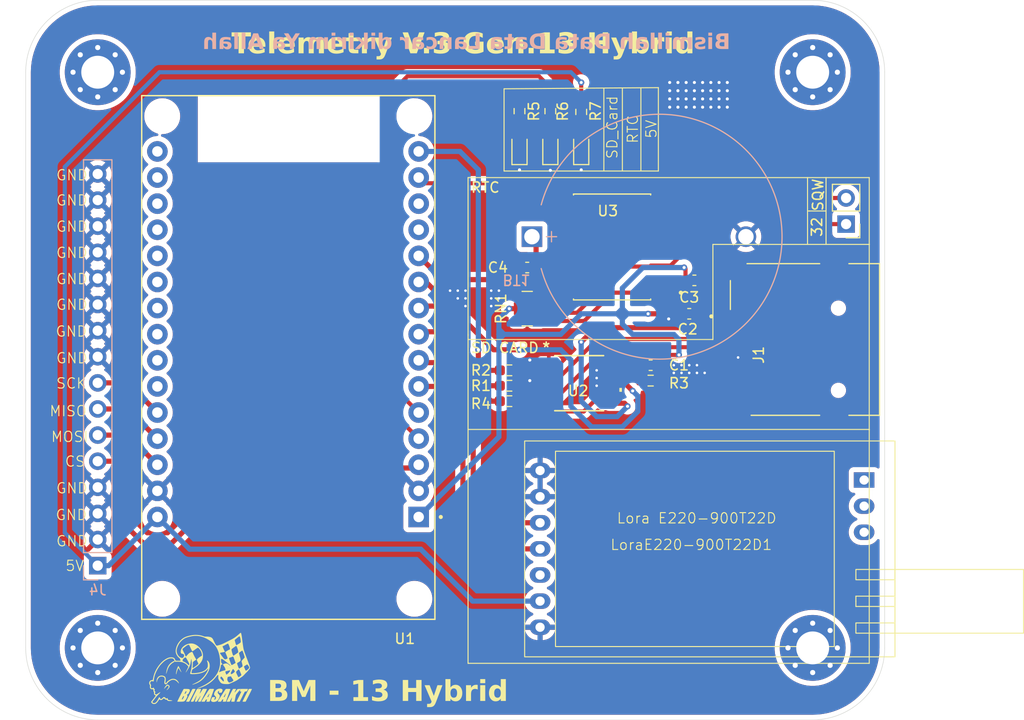
<source format=kicad_pcb>
(kicad_pcb (version 20241229) (generator "pcbnew") (generator_version "9.0")
  (layers (0 "F.Cu" signal) (2 "B.Cu" signal) (13 "F.Paste" user) (15 "B.Paste" user) (5 "F.SilkS" user "F.Silkscreen") (7 "B.SilkS" user "B.Silkscreen") (1 "F.Mask" user) (3 "B.Mask" user) (25 "Edge.Cuts" user))
  (net 0 "")
  (net 1 "GND")
  (net 2 "Net-(BT1-+)")
  (net 3 "+3.3V")
  (net 4 "Net-(D1-A)")
  (net 5 "Net-(D2-A)")
  (net 6 "Net-(D3-A)")
  (net 7 "/SCK_LLS")
  (net 8 "/DO_LLS")
  (net 10 "/CS_LLS")
  (net 13 "/DI_LLS")
  (net 14 "/32KHz")
  (net 15 "/SQW")
  (net 16 "/TX")
  (net 17 "+5V")
  (net 18 "Net-(U2-2A)")
  (net 19 "/SCK")
  (net 20 "/MOSI")
  (net 21 "Net-(U2-1A)")
  (net 22 "Net-(U2-4A)")
  (net 23 "/CS")
  (net 24 "Net-(U2-3A)")
  (net 25 "/SDA")
  (net 26 "/SCL")
  (net 27 "/MISO")
  (net 29 "/MOSI2")
  (net 39 "/CS2")
  (net 42 "/LED2")
  (net 43 "/LED1")
  (net 44 "/RX")
  (net 45 "/SCK2")
  (net 46 "/MISO2")
  (net 47 "unconnected-(U1-D35-Pad20)")
  (footprint "MountingHole:MountingHole_3.2mm_M3_Pad_Via" (layer "F.Cu") (at 57 52)
    (property "Reference" "REF**" (hide yes))
    (property "Value" "MountingHole_3.2mm_M3_Pad_Via" (hide yes))
  )
  (footprint "Resistor_SMD:R_Array_Convex_4x0603" (layer "F.Cu") (at 98.75 75)
    (property "Reference" "RN1")
    (property "Value" "4.7K")
  )
  (footprint "Capacitor_SMD:C_0603_1608Metric_Pad1.08x0.95mm_HandSolder" (layer "F.Cu") (at 110.75 80.5 180)
    (property "Reference" "C1")
    (property "Value" "100nF")
  )
  (footprint "Resistor_SMD:R_0603_1608Metric_Pad0.98x0.95mm_HandSolder" (layer "F.Cu") (at 101 55.7875 -90)
    (property "Reference" "R6")
    (property "Value" "1K")
  )
  (footprint "MountingHole:MountingHole_3.2mm_M3_Pad_Via" (layer "F.Cu") (at 126.5 108)
    (property "Reference" "REF**" (hide yes))
    (property "Value" "MountingHole_3.2mm_M3_Pad_Via" (hide yes))
  )
  (footprint "74LVC125APW,118:TSSOP14_SOT402-1_NEX" (layer "F.Cu") (at 103.800052 82.25)
    (property "Reference" "U2")
    (property "Value" "74LVC125APW_118")
  )
  (footprint "SDCard Socket:CUI_MSD-4-A" (layer "F.Cu") (at 125.75 78 90)
    (property "Reference" "J1")
    (property "Value" "MSD-4-A")
  )
  (footprint "MountingHole:MountingHole_3.2mm_M3_Pad_Via" (layer "F.Cu") (at 126.5 52)
    (property "Reference" "REF**" (hide yes))
    (property "Value" "MountingHole_3.2mm_M3_Pad_Via" (hide yes))
  )
  (footprint "LED_SMD:LED_0603_1608Metric_Pad1.05x0.95mm_HandSolder" (layer "F.Cu") (at 104 59.325 90)
    (property "Reference" "D3" (hide yes))
    (property "Value" "5V")
  )
  (footprint "Resistor_SMD:R_0603_1608Metric_Pad0.98x0.95mm_HandSolder" (layer "F.Cu") (at 97 84 180)
    (property "Reference" "R4")
    (property "Value" "3.3K")
  )
  (footprint "DS3231SN#:SOIC127P1032X265-16N" (layer "F.Cu") (at 107 69 180)
    (property "Reference" "U3")
    (property "Value" "DS3231SN_")
  )
  (footprint "Capacitor_SMD:C_0603_1608Metric_Pad1.08x0.95mm_HandSolder" (layer "F.Cu") (at 115 72.25 180)
    (property "Reference" "C3")
    (property "Value" "100nF")
  )
  (footprint "Resistor_SMD:R_0603_1608Metric_Pad0.98x0.95mm_HandSolder" (layer "F.Cu") (at 97 82.5)
    (property "Reference" "R1")
    (property "Value" "3.3K")
  )
  (footprint "Resistor_SMD:R_0603_1608Metric_Pad0.98x0.95mm_HandSolder" (layer "F.Cu") (at 97 81)
    (property "Reference" "R2")
    (property "Value" "3.3K")
  )
  (footprint "Resistor_SMD:R_0603_1608Metric_Pad0.98x0.95mm_HandSolder" (layer "F.Cu") (at 110.75 82)
    (property "Reference" "R3")
    (property "Value" "3.3K")
  )
  (footprint "Resistor_SMD:R_0603_1608Metric_Pad0.98x0.95mm_HandSolder" (layer "F.Cu") (at 104 55.8625 90)
    (property "Reference" "R7")
    (property "Value" "1K")
  )
  (footprint "ESP32:MODULE_ESP32_DEVKIT_V1" (layer "F.Cu") (at 75.5 79.75 180)
    (property "Reference" "U1")
    (property "Value" "ESP32-DEVKIT-V1")
  )
  (footprint "Resistor_SMD:R_0603_1608Metric_Pad0.98x0.95mm_HandSolder" (layer "F.Cu") (at 98 55.7875 -90)
    (property "Reference" "R5")
    (property "Value" "1K")
  )
  (footprint "Capacitor_SMD:C_0603_1608Metric_Pad1.08x0.95mm_HandSolder" (layer "F.Cu") (at 114.5 75.5)
    (property "Reference" "C2")
    (property "Value" "100nF")
  )
  (footprint "MountingHole:MountingHole_3.2mm_M3_Pad_Via" (layer "F.Cu") (at 57 108)
    (property "Reference" "REF**" (hide yes))
    (property "Value" "MountingHole_3.2mm_M3_Pad_Via" (hide yes))
  )
  (footprint "Lora E220-900T22D:Lora E220-900T22D" (layer "F.Cu") (at 98.5 108.87)
    (property "Reference" "LoraE220-900T22D1")
    (property "Value" "~")
  )
  (footprint "LED_SMD:LED_0603_1608Metric_Pad1.05x0.95mm_HandSolder" (layer "F.Cu") (at 101 59.325 90)
    (property "Reference" "D2" (hide yes))
    (property "Value" "SDCard")
  )
  (footprint "Telemetry V.3 BM13 EVO Hy:aaaaaaaa" (layer "F.Cu") (at 67 110)
    (property "Reference" "G***" (hide yes))
    (property "Value" "LOGO" (hide yes))
  )
  (footprint "Connector_PinHeader_2.54mm:PinHeader_1x02_P2.54mm_Vertical" (layer "F.Cu") (at 129.75 66.775 180)
    (property "Reference" "J2" (hide yes))
    (property "Value" "CON INT/32")
  )
  (footprint "Capacitor_SMD:C_0603_1608Metric_Pad1.08x0.95mm_HandSolder" (layer "F.Cu") (at 98.75 71 180)
    (property "Reference" "C4")
    (property "Value" "104")
  )
  (footprint "LED_SMD:LED_0603_1608Metric_Pad1.05x0.95mm_HandSolder" (layer "F.Cu") (at 98 59.325 90)
    (property "Reference" "D1" (hide yes))
    (property "Value" "RTC")
  )
  (footprint "Connector_PinHeader_2.54mm:PinHeader_1x16_P2.54mm_Vertical" (layer "B.Cu") (at 57 100)
    (property "Reference" "J4")
    (property "Value" "Conn_01x16_Pin")
  )
  (footprint "Battery:BatteryHolder_MYOUNG_BS-07-A1BJ001_CR2032" (layer "B.Cu") (at 99.210914 68)
    (property "Reference" "BT1")
    (property "Value" "Battery_Cell")
  )
  (gr_line (start 132 86.75) (end 93 86.75) (stroke (width 0.1)) (layer "F.SilkS"))
  (gr_line (start 111.5 61.6125) (end 96.5 61.6125) (stroke (width 0.1)) (layer "F.SilkS"))
  (gr_line (start 132 62.25) (end 93 62.25) (stroke (width 0.1)) (layer "F.SilkS"))
  (gr_line (start 132 62.25) (end 132 68.75) (stroke (width 0.1)) (layer "F.SilkS"))
  (gr_line (start 132 86.75) (end 132 109.5) (stroke (width 0.1)) (layer "F.SilkS"))
  (gr_line (start 127.8 62.4) (end 127.8 62.25) (stroke (width 0.1)) (layer "F.SilkS"))
  (gr_line (start 126 62.6) (end 126 62.25) (stroke (width 0.1)) (layer "F.SilkS"))
  (gr_line (start 109.8 53.55) (end 109.8 61.6) (stroke (width 0.1)) (layer "F.SilkS"))
  (gr_line (start 93 62.25) (end 93 77.625) (stroke (width 0.1)) (layer "F.SilkS"))
  (gr_line (start 132 109.5) (end 93 109.5) (stroke (width 0.1)) (layer "F.SilkS"))
  (gr_line (start 127.8 62.4) (end 127.8 68.6) (stroke (width 0.1)) (layer "F.SilkS"))
  (gr_line (start 116.8 78) (end 116.8 68.75) (stroke (width 0.1)) (layer "F.SilkS"))
  (gr_line (start 126.2 65.5) (end 127.8 65.5) (stroke (width 0.1)) (layer "F.SilkS"))
  (gr_line (start 108 53.6) (end 108 61.6) (stroke (width 0.1)) (layer "F.SilkS"))
  (gr_line (start 93 77.5) (end 93 86.7) (stroke (width 0.1)) (layer "F.SilkS"))
  (gr_line (start 127.8 68.6) (end 127.8 68.75) (stroke (width 0.1)) (layer "F.SilkS"))
  (gr_line (start 106.2 53.6) (end 106.2 61.6) (stroke (width 0.1)) (layer "F.SilkS"))
  (gr_line (start 126 62.6) (end 126 68.4) (stroke (width 0.1)) (layer "F.SilkS"))
  (gr_line (start 126 68.4) (end 126 68.75) (stroke (width 0.1)) (layer "F.SilkS"))
  (gr_line (start 93 109.5) (end 93 86.75) (stroke (width 0.1)) (layer "F.SilkS"))
  (gr_line (start 132 68.75) (end 132 86.8) (stroke (width 0.1)) (layer "F.SilkS"))
  (gr_line (start 96.5 53.6125) (end 111.5 53.5) (stroke (width 0.1)) (layer "F.SilkS"))
  (gr_line (start 126.2 65.5) (end 126 65.5) (stroke (width 0.1)) (layer "F.SilkS"))
  (gr_line (start 116.8 68.75) (end 132 68.75) (stroke (width 0.1)) (layer "F.SilkS"))
  (gr_line (start 111.5 53.5) (end 111.5 61.6125) (stroke (width 0.1)) (layer "F.SilkS"))
  (gr_line (start 96.5 61.6125) (end 96.5 53.6125) (stroke (width 0.1)) (layer "F.SilkS"))
  (gr_line (start 93 78) (end 116.8 78) (stroke (width 0.1)) (layer "F.SilkS"))
  (gr_line (start 133.5 52) (end 133.5 108) (stroke (width 0.05)) (layer "Edge.Cuts"))
  (gr_line (start 126.5 115) (end 57 115) (stroke (width 0.05)) (layer "Edge.Cuts"))
  (gr_arc (start 126.5 45) (mid 131.449747 47.050253) (end 133.5 52) (stroke (width 0.05)) (layer "Edge.Cuts"))
  (gr_arc (start 57 115) (mid 52.050253 112.949747) (end 50 108) (stroke (width 0.05)) (layer "Edge.Cuts"))
  (gr_arc (start 50 52) (mid 52.050253 47.050253) (end 57 45) (stroke (width 0.05)) (layer "Edge.Cuts"))
  (gr_line (start 57 45) (end 126.5 45) (stroke (width 0.05)) (layer "Edge.Cuts"))
  (gr_arc (start 133.5 108) (mid 131.449747 112.949747) (end 126.5 115) (stroke (width 0.05)) (layer "Edge.Cuts"))
  (gr_line (start 50 52) (end 50 108) (stroke (width 0.05)) (layer "Edge.Cuts"))
  (gr_text "MOSI" (at 52.4 88.05 0) (layer "F.SilkS") (effects (font (size 1 1) (thickness 0.1)) (justify left bottom)))
  (gr_text "RTC" (at 93.2 63.8 0) (layer "F.SilkS") (effects (font (size 1 1)) (justify left bottom)))
  (gr_text "GND" (at 52.9 98.2 0) (layer "F.SilkS") (effects (font (size 1 1) (thickness 0.1)) (justify left bottom)))
  (gr_text "GND" (at 52.9 93.05 0) (layer "F.SilkS") (effects (font (size 1 1) (thickness 0.1)) (justify left bottom)))
  (gr_text "Telemetry V.3 Gen.13 Hybrid" (at 70 50.5 0) (layer "F.SilkS") (effects (font (size 2 2) (thickness 0.4) (bold yes) (italic yes)) (justify left bottom)))
  (gr_text "RTC" (at 109.6 59 90) (layer "F.SilkS") (effects (font (size 1 1) (thickness 0.1)) (justify left bottom)))
  (gr_text "SD_Card" (at 107.6 60.5 90) (layer "F.SilkS") (effects (font (size 1 1) (thickness 0.1)) (justify left bottom)))
  (gr_text "CS" (at 53.75 90.45 0) (layer "F.SilkS") (effects (font (size 1 1) (thickness 0.1)) (justify left bottom)))
  (gr_text "GND" (at 52.85 77.8 0) (layer "F.SilkS") (effects (font (size 1 1) (thickness 0.1)) (justify left bottom)))
  (gr_text "SCK" (at 52.9 82.85 0) (layer "F.SilkS") (effects (font (size 1 1) (thickness 0.1)) (justify left bottom)))
  (gr_text "GND" (at 52.9 70.15 0) (layer "F.SilkS") (effects (font (size 1 1) (thickness 0.1)) (justify left bottom)))
  (gr_text "32" (at 127.5 68.1 90) (layer "F.SilkS") (effects (font (size 1 1)) (justify left bottom)))
  (gr_text "GND" (at 52.85 95.65 0) (layer "F.SilkS") (effects (font (size 1 1) (thickness 0.1)) (justify left bottom)))
  (gr_text "MISO" (at 52.25 85.55 0) (layer "F.SilkS") (effects (font (size 1 1) (thickness 0.1)) (justify left bottom)))
  (gr_text "SQW" (at 127.6 65.6 90) (layer "F.SilkS") (effects (font (size 1 1)) (justify left bottom)))
  (gr_text "BM - 13 Hybrid" (at 73.5 113.5 0) (layer "F.SilkS") (effects (font (size 2 2) (thickness 0.4) (bold yes) (italic yes)) (justify left bottom)))
  (gr_text "GND" (at 52.9 80.4 0) (layer "F.SilkS") (effects (font (size 1 1) (thickness 0.1)) (justify left bottom)))
  (gr_text "SD CARD" (at 93.2 79.4 0) (layer "F.SilkS") (effects (font (size 1 1)) (justify left bottom)))
  (gr_text "GND" (at 52.9 72.7 0) (layer "F.SilkS") (effects (font (size 1 1) (thickness 0.1)) (justify left bottom)))
  (gr_text "GND" (at 52.9 62.6 0) (layer "F.SilkS") (effects (font (size 1 1) (thickness 0.1)) (justify left bottom)))
  (gr_text "GND" (at 52.9 67.6 0) (layer "F.SilkS") (effects (font (size 1 1) (thickness 0.1)) (justify left bottom)))
  (gr_text "GND" (at 52.9 75.2 0) (layer "F.SilkS") (effects (font (size 1 1) (thickness 0.1)) (justify left bottom)))
  (gr_text "5V" (at 53.8 100.6 0) (layer "F.SilkS") (effects (font (size 1 1) (thickness 0.1)) (justify left bottom)))
  (gr_text "5V" (at 111.4 58.5 90) (layer "F.SilkS") (effects (font (size 1 1) (thickness 0.1)) (justify left bottom)))
  (gr_text "GND" (at 52.9 65.05 0) (layer "F.SilkS") (effects (font (size 1 1) (thickness 0.1)) (justify left bottom)))
  (gr_text "Bismillah Data Data Lancar dikirim Ya Allah" (at 118.5 50 0) (layer "B.SilkS") (effects (font (size 1.5 1.5) (thickness 0.3) (bold yes)) (justify left bottom mirror)))
  (segment (start 113 75.5) (end 112.5 76) (width 0.4) (layer "F.Cu") (net 1))
  (segment (start 103.050001 84.199999) (end 104.349999 82.900001) (width 0.4) (layer "F.Cu") (net 1))
  (segment (start 111.6125 80.5) (end 112.15 80.5) (width 0.5) (layer "F.Cu") (net 1))
  (segment (start 105.5 81.097951) (end 105.5 81.75) (width 0.4) (layer "F.Cu") (net 1))
  (segment (start 106.75 80.95) (end 105.647951 80.95) (width 0.4) (layer "F.Cu") (net 1))
  (segment (start 105.647951 80.95) (end 105.5 81.097951) (width 0.4) (layer "F.Cu") (net 1))
  (segment (start 100.850104 84.199999) (end 103.050001 84.199999) (width 0.4) (layer "F.Cu") (net 1))
  (segment (start 57.375 79.68) (end 57 79.68) (width 0.4) (layer "F.Cu") (net 1))
  (segment (start 113.6375 75.5) (end 113 75.5) (width 0.4) (layer "F.Cu") (net 1))
  (segment (start 99.299999 80.299999) (end 99 80) (width 0.4) (layer "F.Cu") (net 1))
  (segment (start 100.850104 80.299999) (end 99.299999 80.299999) (width 0.4) (layer "F.Cu") (net 1))
  (segment (start 104.349999 82.900001) (end 106.75 82.900001) (width 0.4) (layer "F.Cu") (net 1))
  (segment (start 98 60.2) (end 101 60.2) (width 0.5) (layer "F.Cu") (net 1))
  (segment (start 104.349999 82.900001) (end 105.5 81.75) (width 0.4) (layer "F.Cu") (net 1))
  (segment (start 98 60.2) (end 98 61.5) (width 0.5) (layer "F.Cu") (net 1))
  (segment (start 100.850104 82.25) (end 99.25 82.25) (width 0.4) (layer "F.Cu") (net 1))
  (segment (start 99.25 82.25) (end 99 82) (width 0.4) (layer "F.Cu") (net 1))
  (segment (start 101 60.2) (end 104 60.2) (width 0.5) (layer "F.Cu") (net 1))
  (segment (start 101 60.2) (end 101 61.545) (width 0.5) (layer "F.Cu") (net 1))
  (segment (start 104 60.2) (end 104 61.5) (width 0.5) (layer "F.Cu") (net 1))
  (via (at 115.8 53) (size 0.6) (drill 0.3) (layers "F.Cu" "B.Cu") (net 1))
  (via (at 113.4 55.4) (size 0.6) (drill 0.3) (layers "F.Cu" "B.Cu") (net 1))
  (via (at 116.6 55.4) (size 0.6) (drill 0.3) (layers "F.Cu" "B.Cu") (net 1))
  (via (at 115.25 81.25) (size 0.5) (drill 0.25) (layers "F.Cu" "B.Cu") (net 1))
  (via (at 113.75 81.25) (size 0.5) (drill 0.25) (layers "F.Cu" "B.Cu") (net 1))
  (via (at 105.5 81.75) (size 0.5) (drill 0.25) (layers "F.Cu" "B.Cu") (net 1))
  (via (at 114.5 80.5) (size 0.5) (drill 0.25) (layers "F.Cu" "B.Cu") (net 1))
  (via (at 113.4 54.6) (size 0.6) (drill 0.3) (layers "F.Cu" "B.Cu") (net 1))
  (via (at 105.5 82.5) (size 0.5) (drill 0.25) (layers "F.Cu" "B.Cu") (net 1))
  (via (at 118.2 54.6) (size 0.6) (drill 0.3) (layers "F.Cu" "B.Cu") (net 1))
  (via (at 113 81.25) (size 0.5) (drill 0.25) (layers "F.Cu" "B.Cu") (net 1))
  (via (at 112.6 55.4) (size 0.6) (drill 0.3) (layers "F.Cu" "B.Cu") (net 1))
  (via (at 101 61.545) (size 0.6) (drill 0.3) (layers "F.Cu" "B.Cu") (net 1))
  (via (at 112.6 53.8) (size 0.6) (drill 0.3) (layers "F.Cu" "B.Cu") (net 1))
  (via (at 116 81.25) (size 0.5) (drill 0.25) (layers "F.Cu" "B.Cu") (net 1))
  (via (at 113.75 80.5) (size 0.5) (drill 0.25) (layers "F.Cu" "B.Cu") (net 1))
  (via (at 112.5 76) (size 0.6) (drill 0.3) (layers "F.Cu" "B.Cu") (net 1))
  (via (at 115.25 80.5) (size 0.5) (drill 0.25) (layers "F.Cu" "B.Cu") (net 1))
  (via (at 105.5 81) (size 0.5) (drill 0.25) (layers "F.Cu" "B.Cu") (net 1))
  (via (at 114.2 53) (size 0.6) (drill 0.3) (layers "F.Cu" "B.Cu") (net 1))
  (via (at 118.2 53) (size 0.6) (drill 0.3) (layers "F.Cu" "B.Cu") (net 1))
  (via (at 96 74) (size 0.5) (drill 0.25) (layers "F.Cu" "B.Cu") (net 1))
  (via (at 92.75 74.75) (size 0.5) (drill 0.25) (layers "F.Cu" "B.Cu") (net 1))
  (via (at 99 82) (size 0.6) (drill 0.3) (layers "F.Cu" "B.Cu") (net 1))
  (via (at 116.6 53.8) (size 0.6) (drill 0.3) (layers "F.Cu" "B.Cu") (net 1))
  (via (at 96 73.25) (size 0.5) (drill 0.25) (layers "F.Cu" "B.Cu") (net 1))
  (via (at 117.4 55.4) (size 0.6) (drill 0.3) (layers "F.Cu" "B.Cu") (net 1))
  (via (at 92 74) (size 0.5) (drill 0.25) (layers "F.Cu" "B.Cu") (net 1))
  (via (at 114.2 54.6) (size 0.6) (drill 0.3) (layers "F.Cu" "B.Cu") (net 1))
  (via (at 112.6 53) (size 0.6) (drill 0.3) (layers "F.Cu" "B.Cu") (net 1))
  (via (at 112.6 54.6) (size 0.6) (drill 0.3) (layers "F.Cu" "B.Cu") (net 1))
  (via (at 117.4 54.6) (size 0.6) (drill 0.3) (layers "F.Cu" "B.Cu") (net 1))
  (via (at 114.2 53.8) (size 0.6) (drill 0.3) (layers "F.Cu" "B.Cu") (net 1))
  (via (at 114.2 55.4) (size 0.6) (drill 0.3) (layers "F.Cu" "B.Cu") (net 1))
  (via (at 91.25 73.25) (size 0.5) (drill 0.25) (layers "F.Cu" "B.Cu") (net 1))
  (via (at 95.25 74.75) (size 0.5) (drill 0.25) (layers "F.Cu" "B.Cu") (net 1))
  (via (at 115 53) (size 0.6) (drill 0.3) (layers "F.Cu" "B.Cu") (net 1))
  (via (at 92.75 73.25) (size 0.5) (drill 0.25) (layers "F.Cu" "B.Cu") (net 1))
  (via (at 117.4 53.8) (size 0.6) (drill 0.3) (layers "F.Cu" "B.Cu") (net 1))
  (via (at 104 61.5) (size 0.6) (drill 0.3) (layers "F.Cu" "B.Cu") (net 1))
  (via (at 113.4 53) (size 0.6) (drill 0.3) (layers "F.Cu" "B.Cu") (net 1))
  (via (at 98 61.5) (size 0.6) (drill 0.3) (layers "F.Cu" "B.Cu") (net 1))
  (via (at 115 54.6) (size 0.6) (drill 0.3) (layers "F.Cu" "B.Cu") (net 1))
  (via (at 95.25 73.25) (size 0.5) (drill 0.25) (layers "F.Cu" "B.Cu") (net 1))
  (via (at 117.4 53) (size 0.6) (drill 0.3) (layers "F.Cu" "B.Cu") (net 1))
  (via (at 115.8 53.8) (size 0.6) (drill 0.3) (layers "F.Cu" "B.Cu") (net 1))
  (via (at 92 73.25) (size 0.5) (drill 0.25) (layers "F.Cu" "B.Cu") (net 1))
  (via (at 113.4 53.8) (size 0.6) (drill 0.3) (layers "F.Cu" "B.Cu") (net 1))
  (via (at 118.2 53.8) (size 0.6) (drill 0.3) (layers "F.Cu" "B.Cu") (net 1))
  (via (at 116.6 54.6) (size 0.6) (drill 0.3) (layers "F.Cu" "B.Cu") (net 1))
  (via (at 119.25 79.75) (size 0.5) (drill 0.25) (layers "F.Cu" "B.Cu") (net 1))
  (via (at 115.8 54.6) (size 0.6) (drill 0.3) (layers "F.Cu" "B.Cu") (net 1))
  (via (at 92.75 74) (size 0.5) (drill 0.25) (layers "F.Cu" "B.Cu") (net 1))
  (via (at 115.8 55.4) (size 0.6) (drill 0.3) (layers "F.Cu" "B.Cu") (net 1))
  (via (at 116.6 53) (size 0.6) (drill 0.3) (layers "F.Cu" "B.Cu") (net 1))
  (via (at 113 80.5) (size 0.5) (drill 0.25) (layers "F.Cu" "B.Cu") (net 1))
  (via (at 115 55.4) (size 0.6) (drill 0.3) (layers "F.Cu" "B.Cu") (net 1))
  (via (at 99 80) (size 0.6) (drill 0.3) (layers "F.Cu" "B.Cu") (net 1))
  (via (at 114.5 81.25) (size 0.5) (drill 0.25) (layers "F.Cu" "B.Cu") (net 1))
  (via (at 118.2 55.4) (size 0.6) (drill 0.3) (layers "F.Cu" "B.Cu") (net 1))
  (via (at 95.25 74) (size 0.5) (drill 0.25) (layers "F.Cu" "B.Cu") (net 1))
  (via (at 115 53.8) (size 0.6) (drill 0.3) (layers "F.Cu" "B.Cu") (net 1))
  (segment (start 99.8625 68.651586) (end 99.210914 68) (width 0.5) (layer "F.Cu") (net 2))
  (segment (start 102.345 70.905) (end 99.7075 70.905) (width 0.5) (layer "F.Cu") (net 2))
  (segment (start 99.6125 71) (end 99.6125 68.401586) (width 0.5) (layer "F.Cu") (net 2))
  (segment (start 99.7075 70.905) (end 99.6125 71) (width 0.5) (layer "F.Cu") (net 2))
  (segment (start 99.6125 68.401586) (end 99.210914 68) (width 0.5) (layer "F.Cu") (net 2))
  (segment (start 97.85 75) (end 97.85 75.4) (width 0.5) (layer "F.Cu") (net 3))
  (segment (start 112.426 74.574) (end 112 75) (width 0.5) (layer "F.Cu") (net 3))
  (segment (start 114.1375 72.25) (end 114.1375 71.1375) (width 0.4) (layer "F.Cu") (net 3))
  (segment (start 97.85 74.6) (end 97.85 75) (width 0.5) (layer "F.Cu") (net 3))
  (segment (start 110.8875 79.5) (end 113.5 79.5) (width 0.4) (layer "F.Cu") (net 3))
  (segment (start 120 75.5) (end 119.25 74.75) (width 0.5) (layer "F.Cu") (net 3))
  (segment (start 119.3 79.05) (end 120 78.35) (width 0.5) (layer "F.Cu") (net 3))
  (segment (start 112 75) (end 111.5 75.5) (width 0.5) (layer "F.Cu") (net 3))
  (segment (start 119.25 74.75) (end 116.1125 74.75) (width 0.5) (layer "F.Cu") (net 3))
  (segment (start 114.0625 72.175) (end 114.1375 72.25) (width 0.4) (layer "F.Cu") (net 3))
  (segment (start 120 78.35) (end 120 75.5) (width 0.5) (layer "F.Cu") (net 3))
  (segment (start 111.655 72.175) (end 114.0625 72.175) (width 0.4) (layer "F.Cu") (net 3))
  (segment (start 114.1375 71.1375) (end 114 71) (width 0.4) (layer "F.Cu") (net 3))
  (segment (start 97.85 75) (end 97 75) (width 0.5) (layer "F.Cu") (net 3))
  (segment (start 116.1125 74.75) (end 115.3625 75.5) (width 0.5) (layer "F.Cu") (net 3))
  (segment (start 118 79.05) (end 119.3 79.05) (width 0.5) (layer "F.Cu") (net 3))
  (segment (start 115.3625 75.5) (end 114.4365 74.574) (width 0.5) (layer "F.Cu") (net 3))
  (segment (start 114.4365 74.574) (end 112.426 74.574) (width 0.5) (layer "F.Cu") (net 3))
  (segment (start 97.85 75.4) (end 97.85 76.2) (width 0.5) (layer "F.Cu") (net 3))
  (segment (start 109.687501 80.300001) (end 109.8875 80.5) (width 0.4) (layer "F.Cu") (net 3))
  (segment (start 111.5 75.5) (end 110.5 75.5) (width 0.5) (layer "F.Cu") (net 3))
  (segment (start 109.8875 80.5) (end 110.8875 79.5) (width 0.4) (layer "F.Cu") (net 3))
  (segment (start 97.85 73.8) (end 97.85 74.6) (width 0.5) (layer "F.Cu") (net 3))
  (segment (start 106.75 80.300001) (end 109.687501 80.300001) (width 0.4) (layer "F.Cu") (net 3))
  (via (at 97 75) (size 0.6) (drill 0.3) (layers "F.Cu" "B.Cu") (net 3))
  (via (at 114 71) (size 0.6) (drill 0.3) (layers "F.Cu" "B.Cu") (net 3))
  (via (at 113.5 79.5) (size 0.6) (drill 0.3) (layers "F.Cu" "B.Cu") (net 3))
  (via (at 110.5 75.5) (size 0.6) (drill 0.3) (layers "F.Cu" "B.Cu") (net 3))
  (segment (start 96 77) (end 96 76) (width 0.5) (layer "B.Cu") (net 3))
  (segment (start 96.5 77.5) (end 96 77.5) (width 0.5) (layer "B.Cu") (net 3))
  (segment (start 113.5 78) (end 113.5 79.5) (width 0.5) (layer "B.Cu") (net 3))
  (segment (start 96 77) (end 96.5 77.5) (width 0.5) (layer "B.Cu") (net 3))
  (segment (start 110 71) (end 114 71) (width 0.5) (layer "B.Cu") (net 3))
  (segment (start 107.5 75.5) (end 104 75.5) (width 0.5) (layer "B.Cu") (net 3))
  (segment (start 108 75.5) (end 108 76) (width 0.5) (layer "B.Cu") (net 3))
  (segment (start 108 75.5) (end 107.5 75.5) (width 0.5) (layer "B.Cu") (net 3))
  (segment (start 113 77.5) (end 113.5 78) (width 0.5) (layer "B.Cu") (net 3))
  (segment (start 108 75) (end 107.5 75.5) (width 0.5) (layer "B.Cu") (net 3))
  (segment (start 104 75.5) (end 102 77.5) (width 0.5) (layer "B.Cu") (net 3))
  (segment (start 108.5 75.5) (end 108 76) (width 0.5) (layer "B.Cu") (net 3))
  (segment (start 108.5 75.5) (end 108 75.5) (width 0.5) (layer "B.Cu") (net 3))
  (segment (start 109 77.5) (end 113 77.5) (width 0.5) (layer "B.Cu") (net 3))
  (segment (start 108 75.5) (end 108 75) (width 0.5) (layer "B.Cu") (net 3))
  (segment (start 107.5 75.5) (end 108 76) (width 0.5) (layer "B.Cu") (net 3))
  (segment (start 102 77.5) (end 96.5 77.5) (width 0.5) (layer "B.Cu") (net 3))
  (segment (start 108 76.5) (end 109 77.5) (width 0.5) (layer "B.Cu") (net 3))
  (segment (start 96 77.5) (end 96 77) (width 0.5) (layer "B.Cu") (net 3))
  (segment (start 108 76) (end 108 76.5) (width 0.5) (layer "B.Cu") (net 3))
  (segment (start 96 76) (end 97 75) (width 0.5) (layer "B.Cu") (net 3))
  (segment (start 108 75) (end 108.5 75.5) (width 0.5) (layer "B.Cu") (net 3))
  (segment (start 96 87.465) (end 96 78) (width 0.5) (layer "B.Cu") (net 3))
  (segment (start 108 75) (end 108 73) (width 0.5) (layer "B.Cu") (net 3))
  (segment (start 108 73) (end 110 71) (width 0.5) (layer "B.Cu") (net 3))
  (segment (start 96 78) (end 96.5 77.5) (width 0.5) (layer "B.Cu") (net 3))
  (segment (start 96 78) (end 96 77.5) (width 0.5) (layer "B.Cu") (net 3))
  (segment (start 110.5 75.5) (end 108.5 75.5) (width 0.5) (layer "B.Cu") (net 3))
  (segment (start 88.2 95.265) (end 96 87.465) (width 0.5) (layer "B.Cu") (net 3))
  (segment (start 98 58.45) (end 98 56.7) (width 0.5) (layer "F.Cu") (net 4))
  (segment (start 101 58.45) (end 101 56.7) (width 0.5) (layer "F.Cu") (net 5))
  (segment (start 104 58.45) (end 104 56.775) (width 0.5) (layer "F.Cu") (net 6))
  (segment (start 100.850104 83.55) (end 101.7 83.55) (width 0.4) (layer "F.Cu") (net 7))
  (segment (start 101.7 83.55) (end 106.5 78.75) (width 0.4) (layer "F.Cu") (net 7))
  (segment (start 115.25 78.75) (end 116.65 80.15) (width 0.4) (layer "F.Cu") (net 7))
  (segment (start 116.65 80.15) (end 118 80.15) (width 0.4) (layer "F.Cu") (net 7))
  (segment (start 106.5 78.75) (end 115.25 78.75) (width 0.4) (layer "F.Cu") (net 7))
  (segment (start 112.0125 82.35) (end 118 82.35) (width 0.5) (layer "F.Cu") (net 8))
  (segment (start 111.6625 82) (end 112.0125 82.35) (width 0.5) (layer "F.Cu") (net 8))
  (segment (start 118 76.85) (end 105.4 76.85) (width 0.5) (layer "F.Cu") (net 10))
  (segment (start 106.75 84.200001) (end 108.200001 84.200001) (width 0.5) (layer "F.Cu") (net 10))
  (segment (start 105.4 76.85) (end 104 78.25) (width 0.5) (layer "F.Cu") (net 10))
  (segment (start 108.200001 84.200001) (end 108.5 84.5) (width 0.5) (layer "F.Cu") (net 10))
  (via (at 104 78.25) (size 0.6) (drill 0.3) (layers "F.Cu" "B.Cu") (net 10))
  (via (at 108.5 84.5) (size 0.6) (drill 0.3) (layers "F.Cu" "B.Cu") (net 10))
  (segment (start 107.5 85.5) (end 108.5 84.5) (width 0.5) (layer "B.Cu") (net 10))
  (segment (start 104 78.25) (end 104 84) (width 0.5) (layer "B.Cu") (net 10))
  (segment (start 105.5 85.5) (end 107.5 85.5) (width 0.5) (layer "B.Cu") (net 10))
  (segment (start 104 84) (end 105.5 85.5) (width 0.5) (layer "B.Cu") (net 10))
  (segment (start 105 78.552154) (end 105 78.5) (width 0.4) (layer "F.Cu") (net 13))
  (segment (start 105 78.5) (end 105.55 77.95) (width 0.4) (layer "F.Cu") (net 13))
  (segment (start 105.55 77.95) (end 118 77.95) (width 0.4) (layer "F.Cu") (net 13))
  (segment (start 100.850104 81.600001) (end 101.952153 81.600001) (width 0.4) (layer "F.Cu") (net 13))
  (segment (start 101.952153 81.600001) (end 105 78.552154) (width 0.4) (layer "F.Cu") (net 13))
  (segment (start 112.4375 73.425) (end 112.5 73.3625) (width 0.5) (layer "F.Cu") (net 14))
  (segment (start 129.75 66.775) (end 125.975 66.775) (width 0.4) (layer "F.Cu") (net 14))
  (segment (start 99.65 76.2) (end 104.3 76.2) (width 0.4) (layer "F.Cu") (net 14))
  (segment (start 125.975 66.775) (end 119.305 73.445) (width 0.4) (layer "F.Cu") (net 14))
  (segment (start 107.055 73.445) (end 111.655 73.445) (width 0.4) (layer "F.Cu") (net 14))
  (segment (start 104.3 76.2) (end 107.055 73.445) (width 0.4) (layer "F.Cu") (net 14))
  (segment (start 119.305 73.445) (end 111.655 73.445) (width 0.4) (layer "F.Cu") (net 14))
  (segment (start 119.265 64.235) (end 112.595 70.905) (width 0.4) (layer "F.Cu") (net 15))
  (segment (start 112.595 70.905) (end 111.655 70.905) (width 0.4) (layer "F.Cu") (net 15))
  (segment (start 103.6 75.4) (end 108.095 70.905) (width 0.4) (layer "F.Cu") (net 15))
  (segment (start 129.75 64.235) (end 119.265 64.235) (width 0.4) (layer "F.Cu") (net 15))
  (segment (start 108.095 70.905) (end 111.655 70.905) (width 0.4) (layer "F.Cu") (net 15))
  (segment (start 99.65 75.4) (end 103.6 75.4) (width 0.4) (layer "F.Cu") (net 15))
  (segment (start 94.87 98.37) (end 100 98.37) (width 0.5) (layer "F.Cu") (net 16))
  (segment (start 90.565 82.565) (end 92.5 84.5) (width 0.5) (layer "F.Cu") (net 16))
  (segment (start 92.5 84.5) (end 92.5 96) (width 0.5) (layer "F.Cu") (net 16))
  (segment (start 88.2 82.565) (end 90.565 82.565) (width 0.5) (layer "F.Cu") (net 16))
  (segment (start 92.5 96) (end 94.87 98.37) (width 0.5) (layer "F.Cu") (net 16))
  (segment (start 104 54.95) (end 104 53) (width 0.4) (layer "F.Cu") (net 17))
  (via (at 104 53) (size 0.6) (drill 0.3) (layers "F.Cu" "B.Cu") (net 17))
  (segment (start 53.8 96.8) (end 57 100) (width 0.4) (layer "B.Cu") (net 17))
  (segment (start 93.45 103.45) (end 100 103.45) (width 0.5) (layer "B.Cu") (net 17))
  (segment (start 62.8 95.265) (end 65.935 98.4) (width 0.5) (layer "B.Cu") (net 17))
  (segment (start 53.8 61.2) (end 53.8 96.8) (width 0.4) (layer "B.Cu") (net 17))
  (segment (start 62.8 95.265) (end 58.065 100) (width 0.5) (layer "B.Cu") (net 17))
  (segment (start 58.065 100) (end 57 100) (width 0.5) (layer "B.Cu") (net 17))
  (segment (start 63 52) (end 53.8 61.2) (width 0.4) (layer "B.Cu") (net 17))
  (segment (start 104 53) (end 103 52) (width 0.4) (layer "B.Cu") (net 17))
  (segment (start 103 52) (end 63 52) (width 0.4) (layer "B.Cu") (net 17))
  (segment (start 88.4 98.4) (end 93.45 103.45) (width 0.5) (layer "B.Cu") (net 17))
  (segment (start 65.935 98.4) (end 88.4 98.4) (width 0.5) (layer "B.Cu") (net 17))
  (segment (start 100.850104 82.899999) (end 98.312499 82.899999) (width 0.4) (layer "F.Cu") (net 18))
  (segment (start 98.312499 82.899999) (end 97.9125 82.5) (width 0.4) (layer "F.Cu") (net 18))
  (segment (start 92.75 80.125) (end 92.75 77.75) (width 0.5) (layer "F.Cu") (net 19))
  (segment (start 96.0875 82.5) (end 95.125 82.5) (width 0.5) (layer "F.Cu") (net 19))
  (segment (start 92.75 77.75) (end 89.75 74.75) (width 0.5) (layer "F.Cu") (net 19))
  (segment (start 88.395 74.75) (end 88.2 74.945) (width 0.5) (layer "F.Cu") (net 19))
  (segment (start 89.75 74.75) (end 88.395 74.75) (width 0.5) (layer "F.Cu") (net 19))
  (segment (start 95.125 82.5) (end 92.75 80.125) (width 0.5) (layer "F.Cu") (net 19))
  (segment (start 95 81) (end 94 80) (width 0.5) (layer "F.Cu") (net 20))
  (segment (start 96.0875 81) (end 95 81) (width 0.5) (layer "F.Cu") (net 20))
  (segment (start 94 80) (end 94 79) (width 0.5) (layer "F.Cu") (net 20))
  (via (at 94 79) (size 0.6) (drill 0.3) (layers "F.Cu" "B.Cu") (net 20))
  (segment (start 94 79) (end 94 61.5) (width 0.5) (layer "B.Cu") (net 20))
  (segment (start 94 61.5) (end 92.205 59.705) (width 0.5) (layer "B.Cu") (net 20))
  (segment (start 92.205 59.705) (end 88.2 59.705) (width 0.5) (layer "B.Cu") (net 20))
  (segment (start 100.850104 80.95) (end 97.9625 80.95) (width 0.4) (layer "F.Cu") (net 21))
  (segment (start 97.9625 80.95) (end 97.9125 81) (width 0.4) (layer "F.Cu") (net 21))
  (segment (start 106.75 81.600001) (end 108.850001 81.600001) (width 0.4) (layer "F.Cu") (net 22))
  (segment (start 109.25 82) (end 109.8375 82) (width 0.4) (layer "F.Cu") (net 22))
  (segment (start 108.850001 81.600001) (end 109.25 82) (width 0.4) (layer "F.Cu") (net 22))
  (segment (start 96.0875 84) (end 95.25 84) (width 0.5) (layer "F.Cu") (net 23))
  (segment (start 88.435 77.25) (end 88.2 77.485) (width 0.5) (layer "F.Cu") (net 23))
  (segment (start 90.75 77.25) (end 88.435 77.25) (width 0.5) (layer "F.Cu") (net 23))
  (segment (start 95.25 84) (end 91.75 80.5) (width 0.5) (layer "F.Cu") (net 23))
  (segment (start 91.75 80.5) (end 91.75 78.25) (width 0.5) (layer "F.Cu") (net 23))
  (segment (start 91.75 78.25) (end 90.75 77.25) (width 0.5) (layer "F.Cu") (net 23))
  (segment (start 99.5 85) (end 104.25 85) (width 0.4) (layer "F.Cu") (net 24))
  (segment (start 104.25 85) (end 105.7 83.55) (width 0.4) (layer "F.Cu") (net 24))
  (segment (start 105.7 83.55) (end 106.75 83.55) (width 0.4) (layer "F.Cu") (net 24))
  (segment (start 97.9125 84) (end 98.5 84) (width 0.4) (layer "F.Cu") (net 24))
  (segment (start 98.5 84) (end 99.5 85) (width 0.4) (layer "F.Cu") (net 24))
  (segment (start 99 72.175) (end 99.5 72.175) (width 0.5) (layer "F.Cu") (net 25))
  (segment (start 90.51 72.175) (end 99 72.175) (width 0.5) (layer "F.Cu") (net 25))
  (segment (start 99.975 72.175) (end 99.65 72.5) (width 0.5) (layer "F.Cu") (net 25))
  (segment (start 99.65 73.8) (end 99.65 72.5) (width 0.5) (layer "F.Cu") (net 25))
  (segment (start 100 72.175) (end 102.345 72.175) (width 0.5) (layer "F.Cu") (net 25))
  (segment (start 99 72.175) (end 99.325 72.175) (width 0.5) (layer "F.Cu") (net 25))
  (segment (start 99.65 72.325) (end 99.5 72.175) (width 0.5) (layer "F.Cu") (net 25))
  (segment (start 101.575 72.175) (end 102.345 72.175) (width 0.4) (layer "F.Cu") (net 25))
  (segment (start 99.5 72.175) (end 100 72.175) (width 0.5) (layer "F.Cu") (net 25))
  (segment (start 99.65 72.5) (end 99.65 72.325) (width 0.5) (layer "F.Cu") (net 25))
  (segment (start 99.325 72.175) (end 99.65 72.5) (width 0.5) (layer "F.Cu") (net 25))
  (segment (start 102.345 72.175) (end 103.37 72.175) (width 0.4) (layer "F.Cu") (net 25))
  (segment (start 88.2 69.865) (end 90.51 72.175) (width 0.5) (layer "F.Cu") (net 25))
  (segment (start 100 72.175) (end 99.975 72.175) (width 0.5) (layer "F.Cu") (net 25))
  (segment (start 106 64.6) (end 104.2 62.8) (width 0.4) (layer "F.Cu") (net 26))
  (segment (start 106 71.5) (end 106 64.6) (width 0.4) (layer "F.Cu") (net 26))
  (segment (start 88.755 62.8) (end 88.2 62.245) (width 0.4) (layer "F.Cu") (net 26))
  (segment (start 102.345 73.445) (end 104.055 73.445) (width 0.4) (layer "F.Cu") (net 26))
  (segment (start 99.65 74.6) (end 100.15 74.6) (width 0.4) (layer "F.Cu") (net 26))
  (segment (start 104.055 73.445) (end 106 71.5) (width 0.4) (layer "F.Cu") (net 26))
  (segment (start 101.305 73.445) (end 102.345 73.445) (width 0.4) (layer "F.Cu") (net 26))
  (segment (start 104.2 62.8) (end 88.755 62.8) (width 0.4) (layer "F.Cu") (net 26))
  (segment (start 103.37 73.445) (end 102.345 73.445) (width 0.5) (layer "F.Cu") (net 26))
  (segment (start 100.15 74.6) (end 101.305 73.445) (width 0.4) (layer "F.Cu") (net 26))
  (segment (start 92.5 76) (end 94 77.5) (width 0.5) (layer "F.Cu") (net 27))
  (segment (start 108.25 82.25) (end 109 83) (width 0.5) (layer "F.Cu") (net 27))
  (segment (start 88.2 72.405) (end 88.905 72.405) (width 0.5) (layer "F.Cu") (net 27))
  (segment (start 94 77.5) (end 95.5 79) (width 0.5) (layer "F.Cu") (net 27))
  (segment (start 95.5 79) (end 98 79) (width 0.5) (layer "F.Cu") (net 27))
  (segment (start 106.75 82.25) (end 108.25 82.25) (width 0.5) (layer "F.Cu") (net 27))
  (segment (start 88.905 72.405) (end 92.5 76) (width 0.5) (layer "F.Cu") (net 27))
  (via (at 109 83) (size 0.6) (drill 0.3) (layers "F.Cu" "B.Cu") (net 27))
  (via (at 98 79) (size 0.6) (drill 0.3) (layers "F.Cu" "B.Cu") (net 27))
  (segment (start 109.5 83.5) (end 109 83) (width 0.5) (layer "B.Cu") (net 27))
  (segment (start 108 86.5) (end 109.5 85) (width 0.5) (layer "B.Cu") (net 27))
  (segment (start 98 79) (end 102 79) (width 0.5) (layer "B.Cu") (net 27))
  (segment (start 102 79) (end 103 80) (width 0.5) (layer "B.Cu") (net 27))
  (segment (start 103 84.5) (end 105 86.5) (width 0.5) (layer "B.Cu") (net 27))
  (segment (start 105 86.5) (end 108 86.5) (width 0.5) (layer "B.Cu") (net 27))
  (segment (start 103 80) (end 103 84.5) (width 0.5) (layer "B.Cu") (net 27))
  (segment (start 109.5 85) (end 109.5 83.5) (width 0.5) (layer "B.Cu") (net 27))
  (segment (start 62.8 90.185) (end 59.915 87.3) (width 0.5) (layer "F.Cu") (net 29))
  (segment (start 59.915 87.3) (end 57 87.3) (width 0.5) (layer "F.Cu") (net 29))
  (segment (start 60 96.4) (end 61.4 97.8) (width 0.5) (layer "F.Cu") (net 39))
  (segment (start 66.2 95.8) (end 66.2 92.2) (width 0.5) (layer "F.Cu") (net 39))
  (segment (start 57 89.84) (end 58.64 89.84) (width 0.5) (layer "F.Cu") (net 39))
  (segment (start 66.2 92.2) (end 67.9 90.5) (width 0.5) (layer "F.Cu") (net 39))
  (segment (start 60 91.2) (end 60 96.4) (width 0.5) (layer "F.Cu") (net 39))
  (segment (start 64.2 97.8) (end 66.2 95.8) (width 0.5) (layer "F.Cu") (net 39))
  (segment (start 58.64 89.84) (end 60 91.2) (width 0.5) (layer "F.Cu") (net 39))
  (segment (start 67.9 90.5) (end 87.885 90.5) (width 0.5) (layer "F.Cu") (net 39))
  (segment (start 61.4 97.8) (end 64.2 97.8) (width 0.5) (layer "F.Cu") (net 39))
  (segment (start 87.885 90.5) (end 88.2 90.185) (width 0.5) (layer "F.Cu") (net 39))
  (segment (start 85.829 55.171) (end 87.5 53.5) (width 0.4) (layer "F.Cu") (net 42))
  (segment (start 88.2 85.105) (end 85.829 82.734) (width 0.4) (layer "F.Cu") (net 42))
  (segment (start 97.3875 53.5) (end 98 54.1125) (width 0.4) (layer "F.Cu") (net 42))
  (segment (start 87.5 53.5) (end 97.3875 53.5) (width 0.4) (layer "F.Cu") (net 42))
  (segment (start 98 54.1125) (end 98 54.875) (width 0.4) (layer "F.Cu") (net 42))
  (segment (start 85.829 82.734) (end 85.829 55.171) (width 0.4) (layer "F.Cu") (net 42))
  (segment (start 101 53.5) (end 101 54.875) (width 0.4) (layer "F.Cu") (net 43))
  (segment (start 88.2 87.645) (end 85 84.445) (width 0.4) (layer "F.Cu") (net 43))
  (segment (start 87.101 52.399) (end 99.899 52.399) (width 0.4) (layer "F.Cu") (net 43))
  (segment (start 85 84.445) (end 85 54.5) (width 0.4) (layer "F.Cu") (net 43))
  (segment (start 85 54.5) (end 87.101 52.399) (width 0.4) (layer "F.Cu") (net 43))
  (segment (start 99.899 52.399) (end 101 53.5) (width 0.4) (layer "F.Cu") (net 43))
  (segment (start 97.55 95.85) (end 97.57 95.83) (width 0.5) (layer "F.Cu") (net 44))
  (segment (start 93.5 83.625) (end 93.5 94) (width 0.5) (layer "F.Cu") (net 44))
  (segment (start 90.125 80.25) (end 93.5 83.625) (width 0.5) (layer "F.Cu") (net 44))
  (segment (start 95.35 95.85) (end 97.55 95.85) (width 0.5) (layer "F.Cu") (net 44))
  (segment (start 97.57 95.83) (end 100 95.83) (width 0.5) (layer "F.Cu") (net 44))
  (segment (start 93.5 94) (end 95.35 95.85) (width 0.5) (layer "F.Cu") (net 44))
  (segment (start 88.2 80.025) (end 88.425 80.25) (width 0.5) (layer "F.Cu") (net 44))
  (segment (start 88.425 80.25) (end 90.125 80.25) (width 0.5) (layer "F.Cu") (net 44))
  (segment (start 62.8 85.105) (end 59.915 82.22) (width 0.5) (layer "F.Cu") (net 45))
  (segment (start 57.375 82.22) (end 57 82.22) (width 0.4) (layer "F.Cu") (net 45))
  (segment (start 59.915 82.22) (end 57 82.22) (width 0.5) (layer "F.Cu") (net 45))
  (segment (start 57.375 84.76) (end 57 84.76) (width 0.4) (layer "F.Cu") (net 46))
  (segment (start 62.8 87.645) (end 59.915 84.76) (width 0.5) (layer "F.Cu") (net 46))
  (segment (start 59.915 84.76) (end 57 84.76) (width 0.5) (layer "F.Cu") (net 46))
  (segment (start 62.435 69.5) (end 62.8 69.865) (width 0.5) (layer "F.Cu") (net 47))
  (zone (net 1) (net_name "GND") (layers "F.Cu" "B.Cu") (connect_pads (clearance 0.5)) (min_thickness 0.25) (fill yes (thermal_gap 0.5) (thermal_bridge_width 0.5))
    (polygon (pts (xy 47.5 45) (xy 133.5 45) (xy 133.5 115) (xy 47.5 115)))
  )
  (zone (net 1) (net_name "GND") (layer "B.Cu") (priority 1) (connect_pads (clearance 0.5)) (min_thickness 0.25) (fill yes (thermal_gap 0.5) (thermal_bridge_width 0.5))
    (polygon (pts (xy 47.5 45) (xy 133.5 45) (xy 133.5 115) (xy 47.5 115)))
  )
)
</source>
